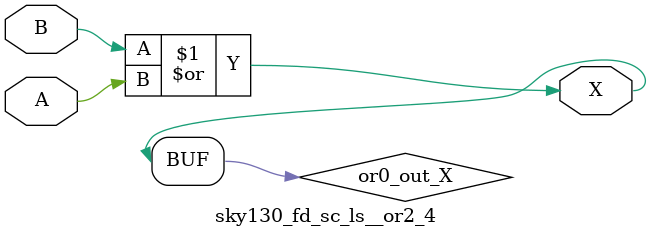
<source format=v>
/*
 * Copyright 2020 The SkyWater PDK Authors
 *
 * Licensed under the Apache License, Version 2.0 (the "License");
 * you may not use this file except in compliance with the License.
 * You may obtain a copy of the License at
 *
 *     https://www.apache.org/licenses/LICENSE-2.0
 *
 * Unless required by applicable law or agreed to in writing, software
 * distributed under the License is distributed on an "AS IS" BASIS,
 * WITHOUT WARRANTIES OR CONDITIONS OF ANY KIND, either express or implied.
 * See the License for the specific language governing permissions and
 * limitations under the License.
 *
 * SPDX-License-Identifier: Apache-2.0
*/


`ifndef SKY130_FD_SC_LS__OR2_4_FUNCTIONAL_V
`define SKY130_FD_SC_LS__OR2_4_FUNCTIONAL_V

/**
 * or2: 2-input OR.
 *
 * Verilog simulation functional model.
 */

`timescale 1ns / 1ps
`default_nettype none

`celldefine
module sky130_fd_sc_ls__or2_4 (
    X,
    A,
    B
);

    // Module ports
    output X;
    input  A;
    input  B;

    // Local signals
    wire or0_out_X;

    //  Name  Output     Other arguments
    or  or0  (or0_out_X, B, A           );
    buf buf0 (X        , or0_out_X      );

endmodule
`endcelldefine

`default_nettype wire
`endif  // SKY130_FD_SC_LS__OR2_4_FUNCTIONAL_V

</source>
